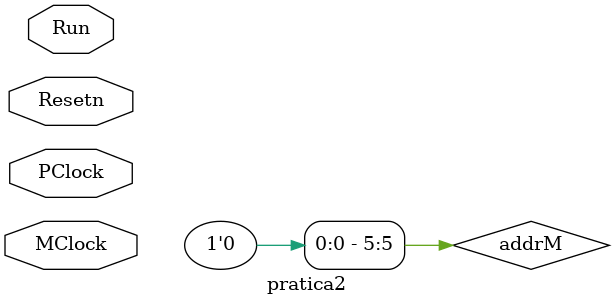
<source format=v>
module pratica2 (MClock, PClock, Resetn, Run);
	
	input MClock, PClock, Resetn, Run;
		
	wire [15:0] DIN, BusWires;
	wire [5:0] addrCount;
	wire Resetn, Run, Done;
	
	wire [5:0] addrM;
	wire [15:0] addr, dout;
	wire w;
	wire [15:0] memOut;
	
	assign addrM = addr[4:0];
	
	ifetch ifetch (addrCount, MClock, DIN);
	ramlpm memory (addrM, MClock, dout, w, memOut);
	proc proc (DIN, memOut, Resetn, PClock, Run, Done, BusWires, addrCount, addr, dout, w);
	
	
endmodule

</source>
